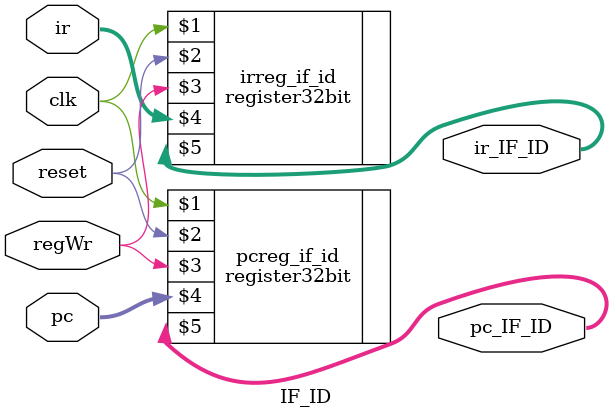
<source format=v>
/*##########################################################################################
Note: Please don’t upload the assignments, template file/solution and lab. manual on GitHub or others public repository. 
Kindly remove them, if you have uploaded the previous assignments. 
It violates the BITS’s Intellectual Property Rights (IPR).
*******************************************************************************************/

module IF_ID(input clk, input reset, input regWr, input [31:0] ir, input [31:0] pc, output [31:0] ir_IF_ID, output [31:0] pc_IF_ID);
	//WRITE YOUR CODE HERE, NO NEED TO DEFINE NEW VARIABLES
	register32bit irreg_if_id (clk, reset, regWr, ir, ir_IF_ID);
    register32bit pcreg_if_id (clk, reset, regWr, pc, pc_IF_ID);
endmodule

</source>
